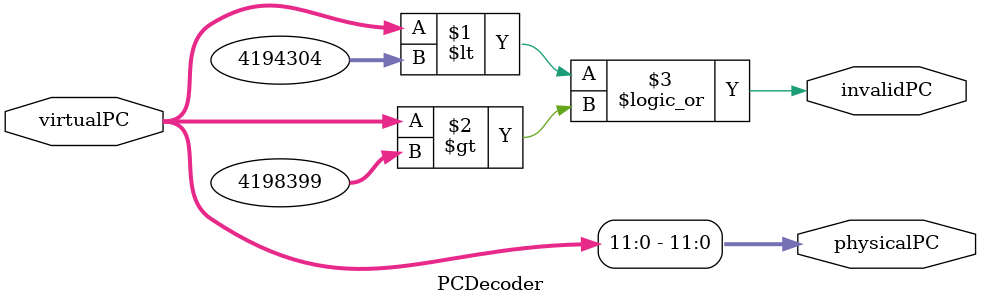
<source format=v>
module PCDecoder (
    input [31:0]virtualPC,
    output [11:0]physicalPC,
    output [0:0]invalidPC
);
   
    //descartar los 2 bits mas significativos
    assign physicalPC = virtualPC[11:0]; // daria la direccion fisica de la direccion virtual
    assign invalidPC = ( virtualPC < 32'h00400000 || virtualPC > 32'h00400FFF ) ; // daria el error si es una direccion invalida

endmodule

</source>
